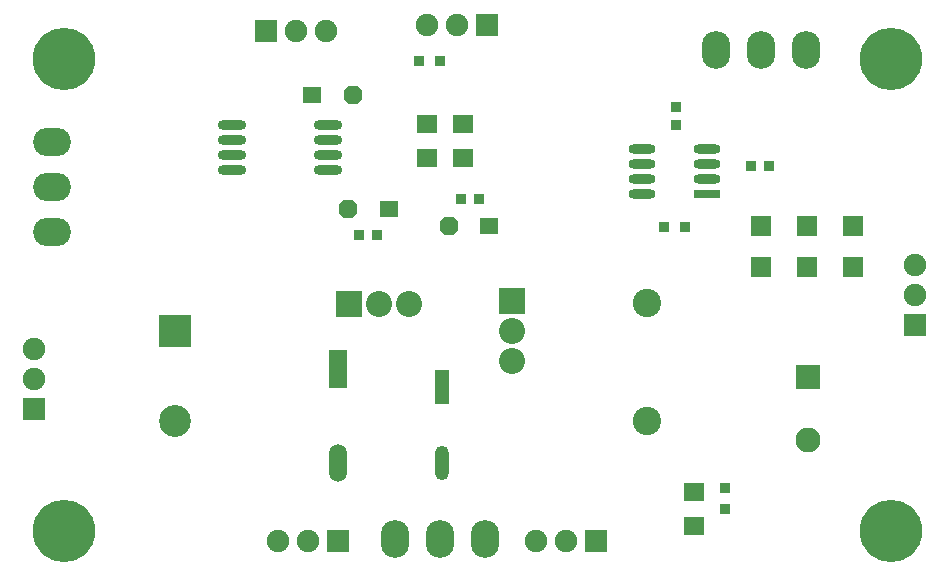
<source format=gts>
G04*
G04 #@! TF.GenerationSoftware,Altium Limited,Altium Designer,20.1.10 (176)*
G04*
G04 Layer_Color=8388736*
%FSLAX25Y25*%
%MOIN*%
G70*
G04*
G04 #@! TF.SameCoordinates,0441287F-5BD0-46D5-AAFD-36AB4F102E54*
G04*
G04*
G04 #@! TF.FilePolarity,Negative*
G04*
G01*
G75*
%ADD31R,0.03800X0.03800*%
%ADD32R,0.03800X0.03800*%
G04:AMPARAMS|DCode=33|XSize=63mil|YSize=58mil|CornerRadius=0mil|HoleSize=0mil|Usage=FLASHONLY|Rotation=180.000|XOffset=0mil|YOffset=0mil|HoleType=Round|Shape=Octagon|*
%AMOCTAGOND33*
4,1,8,-0.03150,0.01450,-0.03150,-0.01450,-0.01700,-0.02900,0.01700,-0.02900,0.03150,-0.01450,0.03150,0.01450,0.01700,0.02900,-0.01700,0.02900,-0.03150,0.01450,0.0*
%
%ADD33OCTAGOND33*%

%ADD34R,0.06300X0.05800*%
%ADD35R,0.07000X0.06300*%
%ADD36O,0.05918X0.12611*%
%ADD37R,0.05918X0.12611*%
%ADD38R,0.07099X0.06800*%
%ADD39O,0.04737X0.11430*%
%ADD40R,0.04737X0.11430*%
%ADD41R,0.09068X0.03162*%
%ADD42O,0.09068X0.03162*%
%ADD43O,0.09600X0.03200*%
%ADD44C,0.07493*%
%ADD45R,0.07493X0.07493*%
%ADD46O,0.12611X0.09461*%
%ADD47O,0.09461X0.12611*%
%ADD48R,0.10642X0.10642*%
%ADD49C,0.10642*%
%ADD50R,0.07493X0.07493*%
%ADD51C,0.20800*%
%ADD52C,0.08674*%
%ADD53R,0.08674X0.08674*%
%ADD54C,0.09461*%
%ADD55C,0.08280*%
%ADD56R,0.08280X0.08280*%
%ADD57R,0.08674X0.08674*%
D31*
X223500Y161000D02*
D03*
Y155000D02*
D03*
X240000Y27000D02*
D03*
Y34000D02*
D03*
D32*
X219500Y121000D02*
D03*
X226500D02*
D03*
X118000Y118500D02*
D03*
X124000D02*
D03*
X152000Y130500D02*
D03*
X158000D02*
D03*
X138000Y176500D02*
D03*
X145000D02*
D03*
X248500Y141500D02*
D03*
X254500D02*
D03*
D33*
X114250Y127000D02*
D03*
X147750Y121500D02*
D03*
X115750Y165000D02*
D03*
D34*
X127750Y127000D02*
D03*
X161250Y121500D02*
D03*
X102250Y165000D02*
D03*
D35*
X229500Y32709D02*
D03*
Y21488D02*
D03*
X152500Y155209D02*
D03*
Y143988D02*
D03*
X140500Y155209D02*
D03*
Y143988D02*
D03*
D36*
X111000Y42252D02*
D03*
D37*
Y73748D02*
D03*
D38*
X282500Y107750D02*
D03*
Y121250D02*
D03*
X267250Y107750D02*
D03*
Y121250D02*
D03*
X252000D02*
D03*
Y107750D02*
D03*
D39*
X145500Y42402D02*
D03*
D40*
Y67598D02*
D03*
D41*
X233827Y132000D02*
D03*
D42*
Y137000D02*
D03*
Y142000D02*
D03*
Y147000D02*
D03*
X212173Y132000D02*
D03*
Y137000D02*
D03*
Y142000D02*
D03*
Y147000D02*
D03*
D43*
X75500Y155000D02*
D03*
Y150000D02*
D03*
Y145000D02*
D03*
Y140000D02*
D03*
X107500D02*
D03*
Y145000D02*
D03*
Y150000D02*
D03*
Y155000D02*
D03*
D44*
X107000Y186500D02*
D03*
X97000D02*
D03*
X187000Y16500D02*
D03*
X177000D02*
D03*
X303150Y98425D02*
D03*
Y108425D02*
D03*
X9500Y70500D02*
D03*
Y80500D02*
D03*
X150500Y188500D02*
D03*
X140500D02*
D03*
X101000Y16500D02*
D03*
X91000D02*
D03*
D45*
X87000Y186500D02*
D03*
X197000Y16500D02*
D03*
X160500Y188500D02*
D03*
X111000Y16500D02*
D03*
D46*
X15500Y134500D02*
D03*
Y119500D02*
D03*
Y149500D02*
D03*
D47*
X145000Y17000D02*
D03*
X130000D02*
D03*
X160000D02*
D03*
X252000Y180000D02*
D03*
X267000D02*
D03*
X237000D02*
D03*
D48*
X56500Y86421D02*
D03*
D49*
Y56500D02*
D03*
D50*
X303150Y88425D02*
D03*
X9500Y60500D02*
D03*
D51*
X19685Y19685D02*
D03*
X295276Y177165D02*
D03*
X19685Y177165D02*
D03*
X295276Y19685D02*
D03*
D52*
X124500Y95500D02*
D03*
X134500D02*
D03*
X169000Y86500D02*
D03*
Y76500D02*
D03*
D53*
X114500Y95500D02*
D03*
D54*
X214000Y95685D02*
D03*
Y56315D02*
D03*
D55*
X267500Y50000D02*
D03*
D56*
Y71000D02*
D03*
D57*
X169000Y96500D02*
D03*
M02*

</source>
